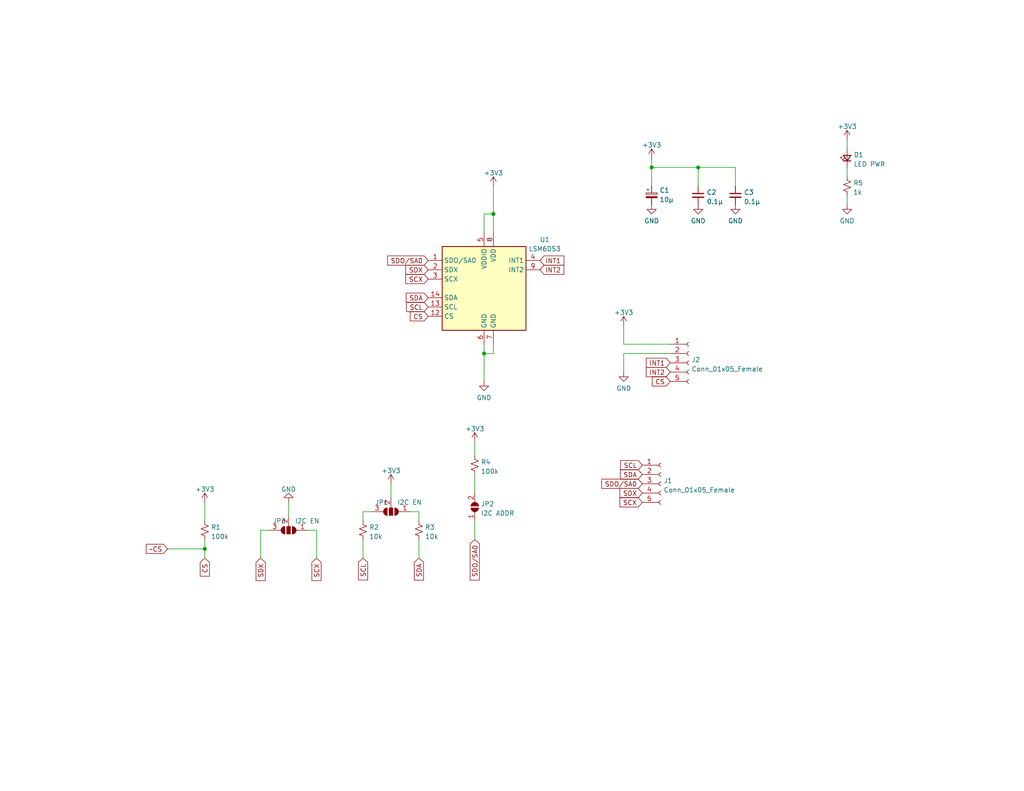
<source format=kicad_sch>
(kicad_sch (version 20211123) (generator eeschema)
  (paper "USLetter")
  (title_block (title "LSM6DSOX Breakout Board") (date "2023-03-01") (rev "1") (company "Jed Parsons"))
  (lib_symbols
    (symbol "Connector:Conn_01x05_Female" (pin_names (offset 1.016) hide)
      (property "Reference" "J" (at 0 7.62 0))
      (property "Value" "Conn_01x05_Female" (at 0 -7.62 0))
      (symbol "Conn_01x05_Female_1_1"
        (arc (start 0 -4.572) (mid -0.508 -5.08) (end 0 -5.588) (stroke (width 0.1524)))
        (arc (start 0 -2.032) (mid -0.508 -2.54) (end 0 -3.048) (stroke (width 0.1524)))
        (polyline (pts (xy -1.27 -5.08) (xy -0.508 -5.08)) (stroke (width 0.1524)))
        (polyline (pts (xy -1.27 -2.54) (xy -0.508 -2.54)) (stroke (width 0.1524)))
        (polyline (pts (xy -1.27 0) (xy -0.508 0)) (stroke (width 0.1524)))
        (polyline (pts (xy -1.27 2.54) (xy -0.508 2.54)) (stroke (width 0.1524)))
        (polyline (pts (xy -1.27 5.08) (xy -0.508 5.08)) (stroke (width 0.1524)))
        (arc (start 0 0.508) (mid -0.508 0) (end 0 -0.508) (stroke (width 0.1524)))
        (arc (start 0 3.048) (mid -0.508 2.54) (end 0 2.032) (stroke (width 0.1524)))
        (arc (start 0 5.588) (mid -0.508 5.08) (end 0 4.572) (stroke (width 0.1524)))
        (pin passive line (at -5.08 5.08 0) (length 3.81) (name "Pin_1") (number "1"))
        (pin passive line (at -5.08 2.54 0) (length 3.81) (name "Pin_2") (number "2"))
        (pin passive line (at -5.08 0 0) (length 3.81) (name "Pin_3") (number "3"))
        (pin passive line (at -5.08 -2.54 0) (length 3.81) (name "Pin_4") (number "4"))
        (pin passive line (at -5.08 -5.08 0) (length 3.81) (name "Pin_5") (number "5"))
      )
    )
    (symbol "Device:C_Polarized_Small" (pin_numbers hide) (pin_names (offset 0.254) hide)
      (property "Reference" "C" (at 0.254 1.778 0))
      (property "Value" "C_Polarized_Small" (at 0.254 -2.032 0))
      (symbol "C_Polarized_Small_0_1"
        (rectangle (start -1.524 -0.3048) (end 1.524 -0.6858) (fill (type outline)))
        (rectangle (start -1.524 0.6858) (end 1.524 0.3048))
        (polyline (pts (xy -1.27 1.524) (xy -0.762 1.524)))
        (polyline (pts (xy -1.016 1.27) (xy -1.016 1.778)))
      )
      (symbol "C_Polarized_Small_1_1"
        (pin passive line (at 0 2.54 270) (length 1.8542) (name "~") (number "1"))
        (pin passive line (at 0 -2.54 90) (length 1.8542) (name "~") (number "2"))
      )
    )
    (symbol "Device:C_Small" (pin_numbers hide) (pin_names (offset 0.254) hide)
      (property "Reference" "C" (at 0.254 1.778 0))
      (property "Value" "C_Small" (at 0.254 -2.032 0))
      (symbol "C_Small_0_1"
        (polyline (pts (xy -1.524 -0.508) (xy 1.524 -0.508)) (stroke (width 0.3302)))
        (polyline (pts (xy -1.524 0.508) (xy 1.524 0.508)) (stroke (width 0.3048)))
      )
      (symbol "C_Small_1_1"
        (pin passive line (at 0 2.54 270) (length 2.032) (name "~") (number "1"))
        (pin passive line (at 0 -2.54 90) (length 2.032) (name "~") (number "2"))
      )
    )
    (symbol "Device:LED_Small" (pin_numbers hide) (pin_names (offset 0.254) hide)
      (property "Reference" "D" (at -1.27 3.175 0))
      (property "Value" "LED_Small" (at -4.445 -2.54 0))
      (symbol "LED_Small_0_1"
        (polyline (pts (xy -0.762 -1.016) (xy -0.762 1.016)) (stroke (width 0.254)))
        (polyline (pts (xy 1.016 0) (xy -0.762 0)))
        (polyline (pts (xy 0.762 -1.016) (xy -0.762 0) (xy 0.762 1.016) (xy 0.762 -1.016)) (stroke (width 0.254)))
        (polyline (pts (xy 0 0.762) (xy -0.508 1.27) (xy -0.254 1.27) (xy -0.508 1.27) (xy -0.508 1.016)))
        (polyline (pts (xy 0.508 1.27) (xy 0 1.778) (xy 0.254 1.778) (xy 0 1.778) (xy 0 1.524)))
      )
      (symbol "LED_Small_1_1"
        (pin passive line (at -2.54 0 0) (length 1.778) (name "K") (number "1"))
        (pin passive line (at 2.54 0 180) (length 1.778) (name "A") (number "2"))
      )
    )
    (symbol "Device:R_Small_US" (pin_numbers hide) (pin_names (offset 0.254) hide)
      (property "Reference" "R" (at 0.762 0.508 0))
      (property "Value" "R_Small_US" (at 0.762 -1.016 0))
      (symbol "R_Small_US_1_1"
        (polyline (pts (xy 0 0) (xy 1.016 -0.381) (xy 0 -0.762) (xy -1.016 -1.143) (xy 0 -1.524)))
        (polyline (pts (xy 0 1.524) (xy 1.016 1.143) (xy 0 0.762) (xy -1.016 0.381) (xy 0 0)))
        (pin passive line (at 0 2.54 270) (length 1.016) (name "~") (number "1"))
        (pin passive line (at 0 -2.54 90) (length 1.016) (name "~") (number "2"))
      )
    )
    (symbol "Jumper:SolderJumper_2_Open" (pin_names (offset 0) hide)
      (property "Reference" "JP" (at 0 2.032 0))
      (property "Value" "SolderJumper_2_Open" (at 0 -2.54 0))
      (symbol "SolderJumper_2_Open_0_1"
        (arc (start -0.254 1.016) (mid -1.27 0) (end -0.254 -1.016))
        (arc (start -0.254 1.016) (mid -1.27 0) (end -0.254 -1.016) (fill (type outline)))
        (polyline (pts (xy -0.254 1.016) (xy -0.254 -1.016)))
        (polyline (pts (xy 0.254 1.016) (xy 0.254 -1.016)))
        (arc (start 0.254 -1.016) (mid 1.27 0) (end 0.254 1.016))
        (arc (start 0.254 -1.016) (mid 1.27 0) (end 0.254 1.016) (fill (type outline)))
      )
      (symbol "SolderJumper_2_Open_1_1"
        (pin passive line (at -3.81 0 0) (length 2.54) (name "A") (number "1"))
        (pin passive line (at 3.81 0 180) (length 2.54) (name "B") (number "2"))
      )
    )
    (symbol "Jumper:SolderJumper_3_Open" (pin_names (offset 0) hide)
      (property "Reference" "JP" (at -2.54 -2.54 0))
      (property "Value" "SolderJumper_3_Open" (at 0 2.794 0))
      (symbol "SolderJumper_3_Open_0_1"
        (arc (start -1.016 1.016) (mid -2.032 0) (end -1.016 -1.016))
        (arc (start -1.016 1.016) (mid -2.032 0) (end -1.016 -1.016) (fill (type outline)))
        (rectangle (start -0.508 1.016) (end 0.508 -1.016) (fill (type outline)))
        (polyline (pts (xy -2.54 0) (xy -2.032 0)))
        (polyline (pts (xy -1.016 1.016) (xy -1.016 -1.016)))
        (polyline (pts (xy 0 -1.27) (xy 0 -1.016)))
        (polyline (pts (xy 1.016 1.016) (xy 1.016 -1.016)))
        (polyline (pts (xy 2.54 0) (xy 2.032 0)))
        (arc (start 1.016 -1.016) (mid 2.032 0) (end 1.016 1.016))
        (arc (start 1.016 -1.016) (mid 2.032 0) (end 1.016 1.016) (fill (type outline)))
      )
      (symbol "SolderJumper_3_Open_1_1"
        (pin passive line (at -5.08 0 0) (length 2.54) (name "A") (number "1"))
        (pin passive line (at 0 -3.81 90) (length 2.54) (name "C") (number "2"))
        (pin passive line (at 5.08 0 180) (length 2.54) (name "B") (number "3"))
      )
    )
    (symbol "Sensor_Motion:LSM6DS3"
      (property "Reference" "U" (at -11.43 15.24 0))
      (property "Value" "LSM6DS3" (at -11.43 12.7 0))
      (symbol "LSM6DS3_0_1"
        (rectangle (start 11.43 11.43) (end -11.43 -11.43) (stroke (width 0.254)) (fill (type background)))
      )
      (symbol "LSM6DS3_1_1"
        (pin bidirectional line (at -15.24 7.62 0) (length 3.81) (name "SDO/SA0") (number "1"))
        (pin no_connect line (at 10.16 -5.08 180) (length 3.81) hide (name "NC") (number "10"))
        (pin no_connect line (at 10.16 -2.54 180) (length 3.81) hide (name "NC") (number "11"))
        (pin input line (at -15.24 -7.62 0) (length 3.81) (name "CS") (number "12"))
        (pin input line (at -15.24 -5.08 0) (length 3.81) (name "SCL") (number "13"))
        (pin bidirectional line (at -15.24 -2.54 0) (length 3.81) (name "SDA") (number "14"))
        (pin bidirectional line (at -15.24 5.08 0) (length 3.81) (name "SDX") (number "2"))
        (pin input line (at -15.24 2.54 0) (length 3.81) (name "SCX") (number "3"))
        (pin output line (at 15.24 7.62 180) (length 3.81) (name "INT1") (number "4"))
        (pin power_in line (at 0 15.24 270) (length 3.81) (name "VDDIO") (number "5"))
        (pin power_in line (at 0 -15.24 90) (length 3.81) (name "GND") (number "6"))
        (pin power_in line (at 2.54 -15.24 90) (length 3.81) (name "GND") (number "7"))
        (pin power_in line (at 2.54 15.24 270) (length 3.81) (name "VDD") (number "8"))
        (pin output line (at 15.24 5.08 180) (length 3.81) (name "INT2") (number "9"))
      )
    )
    (symbol "power:+3V3" (power) (pin_names (offset 0))
      (property "Value" "+3V3" (at 0 3.556 0))
      (symbol "+3V3_0_1"
        (polyline (pts (xy -0.762 1.27) (xy 0 2.54)))
        (polyline (pts (xy 0 0) (xy 0 2.54)))
        (polyline (pts (xy 0 2.54) (xy 0.762 1.27)))
      )
      (symbol "+3V3_1_1"
        (pin power_in line (at 0 0 90) (length 0) hide (name "+3V3") (number "1"))
      )
    )
    (symbol "power:GND" (power) (pin_names (offset 0))
      (property "Value" "GND" (at 0 -3.81 0))
      (symbol "GND_0_1"
        (polyline (pts (xy 0 0) (xy 0 -1.27) (xy 1.27 -1.27) (xy 0 -2.54) (xy -1.27 -1.27) (xy 0 -1.27)))
      )
      (symbol "GND_1_1"
        (pin power_in line (at 0 0 270) (length 0) hide (name "GND") (number "1"))
      )
    )
  )
  (junction (at 55.88 149.86))
  (junction (at 190.5 45.72))
  (junction (at 132.08 96.52))
  (junction (at 134.62 58.42))
  (junction (at 177.8 45.72))
  (wire (pts (xy 106.68 132.08) (xy 106.68 135.89)))
  (wire (pts (xy 83.82 144.78) (xy 86.36 144.78)))
  (wire (pts (xy 129.54 142.24) (xy 129.54 147.32)))
  (wire (pts (xy 231.14 53.34) (xy 231.14 55.88)))
  (wire (pts (xy 55.88 147.32) (xy 55.88 149.86)))
  (wire (pts (xy 99.06 139.7) (xy 101.6 139.7)))
  (wire (pts (xy 170.18 101.6) (xy 170.18 96.52)))
  (wire (pts (xy 132.08 58.42) (xy 134.62 58.42)))
  (wire (pts (xy 132.08 96.52) (xy 132.08 104.14)))
  (wire (pts (xy 177.8 43.18) (xy 177.8 45.72)))
  (wire (pts (xy 200.66 45.72) (xy 200.66 50.8)))
  (wire (pts (xy 114.3 147.32) (xy 114.3 152.4)))
  (wire (pts (xy 190.5 45.72) (xy 190.5 50.8)))
  (wire (pts (xy 78.74 137.16) (xy 78.74 140.97)))
  (wire (pts (xy 71.12 144.78) (xy 71.12 152.4)))
  (wire (pts (xy 134.62 96.52) (xy 132.08 96.52)))
  (wire (pts (xy 86.36 144.78) (xy 86.36 152.4)))
  (wire (pts (xy 55.88 149.86) (xy 55.88 152.4)))
  (wire (pts (xy 129.54 120.65) (xy 129.54 124.46)))
  (wire (pts (xy 134.62 93.98) (xy 134.62 96.52)))
  (wire (pts (xy 134.62 50.8) (xy 134.62 58.42)))
  (wire (pts (xy 134.62 58.42) (xy 134.62 63.5)))
  (wire (pts (xy 177.8 45.72) (xy 190.5 45.72)))
  (wire (pts (xy 45.72 149.86) (xy 55.88 149.86)))
  (wire (pts (xy 231.14 38.1) (xy 231.14 40.64)))
  (wire (pts (xy 170.18 93.98) (xy 182.88 93.98)))
  (wire (pts (xy 114.3 139.7) (xy 114.3 142.24)))
  (wire (pts (xy 170.18 96.52) (xy 182.88 96.52)))
  (wire (pts (xy 170.18 88.9) (xy 170.18 93.98)))
  (wire (pts (xy 132.08 93.98) (xy 132.08 96.52)))
  (wire (pts (xy 129.54 129.54) (xy 129.54 134.62)))
  (wire (pts (xy 99.06 147.32) (xy 99.06 152.4)))
  (wire (pts (xy 71.12 144.78) (xy 73.66 144.78)))
  (wire (pts (xy 111.76 139.7) (xy 114.3 139.7)))
  (wire (pts (xy 55.88 137.16) (xy 55.88 142.24)))
  (wire (pts (xy 99.06 142.24) (xy 99.06 139.7)))
  (wire (pts (xy 231.14 45.72) (xy 231.14 48.26)))
  (wire (pts (xy 177.8 45.72) (xy 177.8 50.8)))
  (wire (pts (xy 132.08 63.5) (xy 132.08 58.42)))
  (wire (pts (xy 190.5 45.72) (xy 200.66 45.72)))
  (global_label "~CS" (shape input) (at 45.72 149.86 180) (property "Intersheet References" "${INTERSHEET_REFS}" (effects hide)))
  (global_label "INT2" (shape input) (at 147.32 73.66 0) (property "Intersheet References" "${INTERSHEET_REFS}" (effects hide)))
  (global_label "SDX" (shape input) (at 71.12 152.4 270) (property "Intersheet References" "${INTERSHEET_REFS}" (effects hide)))
  (global_label "SCL" (shape input) (at 116.84 83.82 180) (property "Intersheet References" "${INTERSHEET_REFS}" (effects hide)))
  (global_label "SCL" (shape input) (at 175.26 127 180) (property "Intersheet References" "${INTERSHEET_REFS}" (effects hide)))
  (global_label "CS" (shape input) (at 116.84 86.36 180) (property "Intersheet References" "${INTERSHEET_REFS}" (effects hide)))
  (global_label "SDO{slash}SA0" (shape input) (at 116.84 71.12 180) (property "Intersheet References" "${INTERSHEET_REFS}" (effects hide)))
  (global_label "INT1" (shape input) (at 147.32 71.12 0) (property "Intersheet References" "${INTERSHEET_REFS}" (effects hide)))
  (global_label "CS" (shape input) (at 55.88 152.4 270) (property "Intersheet References" "${INTERSHEET_REFS}" (effects hide)))
  (global_label "SCX" (shape input) (at 116.84 76.2 180) (property "Intersheet References" "${INTERSHEET_REFS}" (effects hide)))
  (global_label "SDA" (shape input) (at 175.26 129.54 180) (property "Intersheet References" "${INTERSHEET_REFS}" (effects hide)))
  (global_label "SDX" (shape input) (at 116.84 73.66 180) (property "Intersheet References" "${INTERSHEET_REFS}" (effects hide)))
  (global_label "INT1" (shape input) (at 182.88 99.06 180) (property "Intersheet References" "${INTERSHEET_REFS}" (effects hide)))
  (global_label "SDO{slash}SA0" (shape input) (at 129.54 147.32 270) (property "Intersheet References" "${INTERSHEET_REFS}" (effects hide)))
  (global_label "SCX" (shape input) (at 86.36 152.4 270) (property "Intersheet References" "${INTERSHEET_REFS}" (effects hide)))
  (global_label "INT2" (shape input) (at 182.88 101.6 180) (property "Intersheet References" "${INTERSHEET_REFS}" (effects hide)))
  (global_label "SDX" (shape input) (at 175.26 134.62 180) (property "Intersheet References" "${INTERSHEET_REFS}" (effects hide)))
  (global_label "SDA" (shape input) (at 114.3 152.4 270) (property "Intersheet References" "${INTERSHEET_REFS}" (effects hide)))
  (global_label "SDA" (shape input) (at 116.84 81.28 180) (property "Intersheet References" "${INTERSHEET_REFS}" (effects hide)))
  (global_label "SDO{slash}SA0" (shape input) (at 175.26 132.08 180) (property "Intersheet References" "${INTERSHEET_REFS}" (effects hide)))
  (global_label "SCX" (shape input) (at 175.26 137.16 180) (property "Intersheet References" "${INTERSHEET_REFS}" (effects hide)))
  (global_label "SCL" (shape input) (at 99.06 152.4 270) (property "Intersheet References" "${INTERSHEET_REFS}" (effects hide)))
  (global_label "CS" (shape input) (at 182.88 104.14 180) (property "Intersheet References" "${INTERSHEET_REFS}" (effects hide)))
  (symbol (lib_id "power:+3V3") (at 134.62 50.8 0) (unit 1)
    (property "Reference" "#PWR0101" (effects hide))
    (property "Value" "+3V3" (at 134.62 47.2242 0))
  )
  (symbol (lib_id "Device:R_Small_US") (at 99.06 144.78 0) (unit 1)
    (property "Reference" "R2" (at 100.711 143.9453 0) (effects (justify left)))
    (property "Value" "10k" (at 100.711 146.4822 0) (effects (justify left)))
    (property "Footprint" "Resistor_SMD:R_0603_1608Metric" (effects hide))
  )
  (symbol (lib_id "Device:C_Polarized_Small") (at 177.8 53.34 0) (unit 1)
    (property "Reference" "C1" (at 179.959 51.9592 0) (effects (justify left)))
    (property "Value" "10µ" (at 179.959 54.4961 0) (effects (justify left)))
    (property "Footprint" "Capacitor_SMD:C_1206_3216Metric" (effects hide))
  )
  (symbol (lib_id "Device:LED_Small") (at 231.14 43.18 90) (unit 1)
    (property "Reference" "D1" (at 232.918 42.2818 90) (effects (justify right)))
    (property "Value" "LED PWR" (at 232.918 44.8187 90) (effects (justify right)))
    (property "Footprint" "LED_SMD:LED_0603_1608Metric" (effects hide))
  )
  (symbol (lib_id "Connector:Conn_01x05_Female") (at 180.34 132.08 0) (unit 1)
    (property "Reference" "J1" (at 181.0512 131.2453 0) (effects (justify left)))
    (property "Value" "Conn_01x05_Female" (at 181.0512 133.7822 0) (effects (justify left)))
    (property "Footprint" "Connector_PinHeader_2.54mm:PinHeader_1x05_P2.54mm_Vertical" (effects hide))
  )
  (symbol (lib_id "power:GND") (at 231.14 55.88 0) (unit 1)
    (property "Reference" "#PWR0103" (effects hide))
    (property "Value" "GND" (at 231.14 60.3234 0))
  )
  (symbol (lib_id "power:GND") (at 177.8 55.88 0) (unit 1)
    (property "Reference" "#PWR06" (effects hide))
    (property "Value" "GND" (at 177.8 60.3234 0))
  )
  (symbol (lib_id "Jumper:SolderJumper_3_Open") (at 106.68 139.7 180) (unit 1)
    (property "Reference" "JP1" (at 104.14 137.16 0))
    (property "Value" "I2C EN" (at 111.76 137.16 0))
    (property "Footprint" "Jumper:SolderJumper-3_P2.0mm_Open_TrianglePad1.0x1.5mm" (effects hide))
  )
  (symbol (lib_id "power:GND") (at 170.18 101.6 0) (unit 1)
    (property "Reference" "#PWR0102" (effects hide))
    (property "Value" "GND" (at 170.18 106.0434 0))
  )
  (symbol (lib_id "power:GND") (at 200.66 55.88 0) (unit 1)
    (property "Reference" "#PWR014" (effects hide))
    (property "Value" "GND" (at 200.66 60.3234 0))
  )
  (symbol (lib_id "power:+3V3") (at 177.8 43.18 0) (unit 1)
    (property "Reference" "#PWR05" (effects hide))
    (property "Value" "+3V3" (at 177.8 39.6042 0))
  )
  (symbol (lib_id "power:GND") (at 132.08 104.14 0) (unit 1)
    (property "Reference" "#PWR0105" (effects hide))
    (property "Value" "GND" (at 132.08 108.5834 0))
  )
  (symbol (lib_id "Device:R_Small_US") (at 129.54 127 0) (unit 1)
    (property "Reference" "R4" (at 131.191 126.1653 0) (effects (justify left)))
    (property "Value" "100k" (at 131.191 128.7022 0) (effects (justify left)))
    (property "Footprint" "Resistor_SMD:R_0603_1608Metric" (effects hide))
  )
  (symbol (lib_id "power:GND") (at 190.5 55.88 0) (unit 1)
    (property "Reference" "#PWR08" (effects hide))
    (property "Value" "GND" (at 190.5 60.3234 0))
  )
  (symbol (lib_id "Device:C_Small") (at 190.5 53.34 0) (unit 1)
    (property "Reference" "C2" (at 192.8241 52.5116 0) (effects (justify left)))
    (property "Value" "0.1µ" (at 192.8241 55.0485 0) (effects (justify left)))
    (property "Footprint" "Capacitor_SMD:C_0603_1608Metric" (effects hide))
  )
  (symbol (lib_id "Jumper:SolderJumper_2_Open") (at 129.54 138.43 90) (unit 1)
    (property "Reference" "JP2" (at 131.191 137.5953 90) (effects (justify right)))
    (property "Value" "I2C ADDR" (at 131.191 140.1322 90) (effects (justify right)))
    (property "Footprint" "Jumper:SolderJumper-2_P1.3mm_Open_TrianglePad1.0x1.5mm" (effects hide))
  )
  (symbol (lib_id "Device:R_Small_US") (at 55.88 144.78 0) (unit 1)
    (property "Reference" "R1" (at 57.531 143.9453 0) (effects (justify left)))
    (property "Value" "100k" (at 57.531 146.4822 0) (effects (justify left)))
    (property "Footprint" "Resistor_SMD:R_0603_1608Metric" (effects hide))
  )
  (symbol (lib_id "Device:R_Small_US") (at 114.3 144.78 0) (unit 1)
    (property "Reference" "R3" (at 115.951 143.9453 0) (effects (justify left)))
    (property "Value" "10k" (at 115.951 146.4822 0) (effects (justify left)))
    (property "Footprint" "Resistor_SMD:R_0603_1608Metric" (effects hide))
  )
  (symbol (lib_id "Sensor_Motion:LSM6DS3") (at 132.08 78.74 0) (unit 1)
    (property "Reference" "U1" (at 148.6452 65.4135 0))
    (property "Value" "LSM6DS3" (at 148.6452 67.9504 0))
    (property "Footprint" "Package_LGA:LGA-14_3x2.5mm_P0.5mm_LayoutBorder3x4y" (effects hide))
    (property "Datasheet" "www.st.com/resource/en/datasheet/lsm6ds3.pdf" (effects hide))
  )
  (symbol (lib_id "power:+3V3") (at 231.14 38.1 0) (unit 1)
    (property "Reference" "#PWR0104" (effects hide))
    (property "Value" "+3V3" (at 231.14 34.5242 0))
  )
  (symbol (lib_id "Jumper:SolderJumper_3_Open") (at 78.74 144.78 180) (unit 1)
    (property "Reference" "JP3" (at 76.2 142.24 0))
    (property "Value" "I2C EN" (at 83.82 142.24 0))
    (property "Footprint" "Jumper:SolderJumper-3_P2.0mm_Open_TrianglePad1.0x1.5mm" (effects hide))
  )
  (symbol (lib_id "Device:R_Small_US") (at 231.14 50.8 180) (unit 1)
    (property "Reference" "R5" (at 232.791 49.9653 0) (effects (justify right)))
    (property "Value" "1k" (at 232.791 52.5022 0) (effects (justify right)))
    (property "Footprint" "Resistor_SMD:R_0603_1608Metric" (effects hide))
  )
  (symbol (lib_id "power:+3V3") (at 170.18 88.9 0) (unit 1)
    (property "Reference" "#PWR013" (effects hide))
    (property "Value" "+3V3" (at 170.18 85.3242 0))
  )
  (symbol (lib_id "power:GND") (at 78.74 137.16 180) (unit 1)
    (property "Reference" "#PWR0106" (effects hide))
    (property "Value" "GND" (at 78.74 133.5842 0))
  )
  (symbol (lib_id "power:+3V3") (at 55.88 137.16 0) (unit 1)
    (property "Reference" "#PWR01" (effects hide))
    (property "Value" "+3V3" (at 55.88 133.5842 0))
  )
  (symbol (lib_id "power:+3V3") (at 106.68 132.08 0) (unit 1)
    (property "Reference" "#PWR02" (effects hide))
    (property "Value" "+3V3" (at 106.68 128.5042 0))
  )
  (symbol (lib_id "power:+3V3") (at 129.54 120.65 0) (unit 1)
    (property "Reference" "#PWR03" (effects hide))
    (property "Value" "+3V3" (at 129.54 117.0742 0))
  )
  (symbol (lib_id "Device:C_Small") (at 200.66 53.34 0) (unit 1)
    (property "Reference" "C3" (at 202.9841 52.5116 0) (effects (justify left)))
    (property "Value" "0.1µ" (at 202.9841 55.0485 0) (effects (justify left)))
    (property "Footprint" "Capacitor_SMD:C_0603_1608Metric" (effects hide))
  )
  (symbol (lib_id "Connector:Conn_01x05_Female") (at 187.96 99.06 0) (unit 1)
    (property "Reference" "J2" (at 188.6712 98.2253 0) (effects (justify left)))
    (property "Value" "Conn_01x05_Female" (at 188.6712 100.7622 0) (effects (justify left)))
    (property "Footprint" "Connector_PinHeader_2.54mm:PinHeader_1x05_P2.54mm_Vertical" (effects hide))
  )
)
</source>
